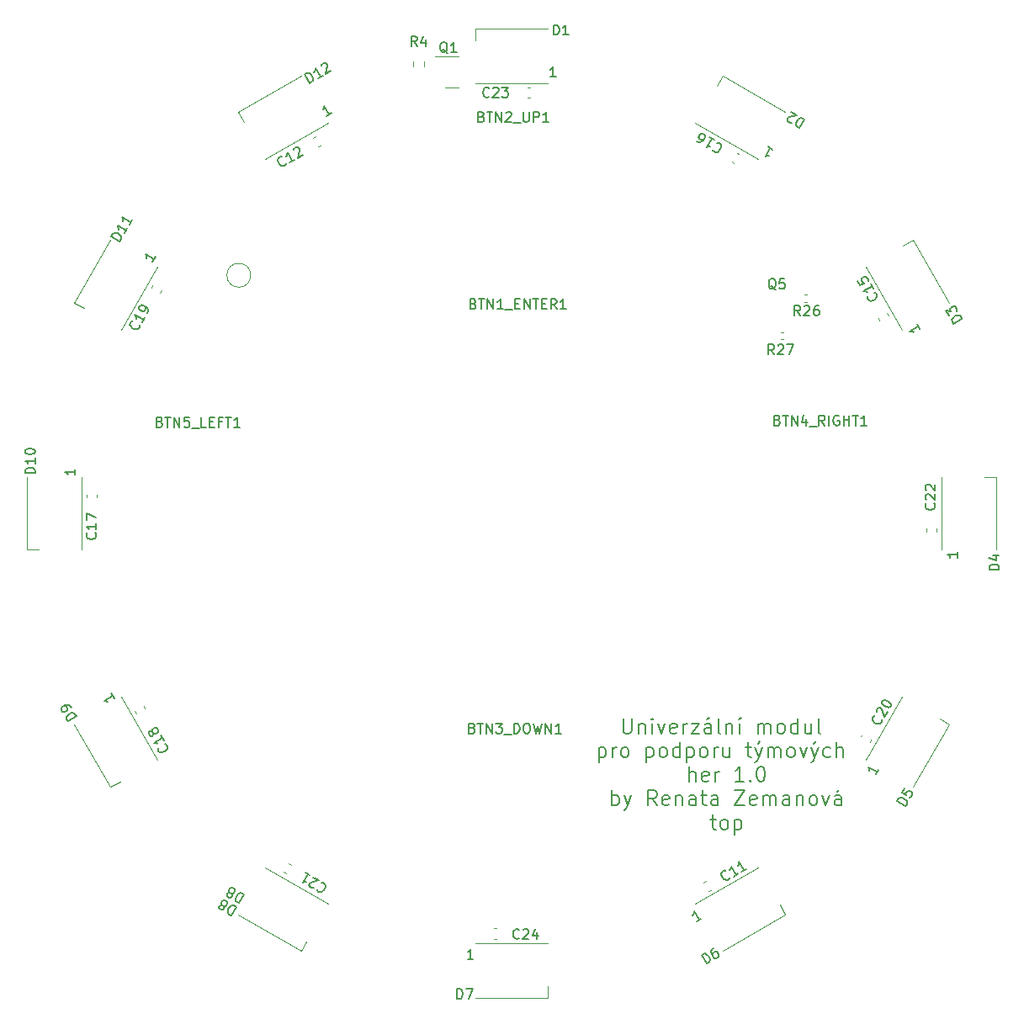
<source format=gto>
G04 #@! TF.GenerationSoftware,KiCad,Pcbnew,6.0.11-2627ca5db0~126~ubuntu20.04.1*
G04 #@! TF.CreationDate,2023-04-28T08:06:44+02:00*
G04 #@! TF.ProjectId,Semafor_top,53656d61-666f-4725-9f74-6f702e6b6963,rev?*
G04 #@! TF.SameCoordinates,Original*
G04 #@! TF.FileFunction,Legend,Top*
G04 #@! TF.FilePolarity,Positive*
%FSLAX46Y46*%
G04 Gerber Fmt 4.6, Leading zero omitted, Abs format (unit mm)*
G04 Created by KiCad (PCBNEW 6.0.11-2627ca5db0~126~ubuntu20.04.1) date 2023-04-28 08:06:44*
%MOMM*%
%LPD*%
G01*
G04 APERTURE LIST*
%ADD10C,0.150000*%
%ADD11C,0.120000*%
G04 APERTURE END LIST*
D10*
X160171428Y-119591071D02*
X160171428Y-120805357D01*
X160242857Y-120948214D01*
X160314285Y-121019642D01*
X160457142Y-121091071D01*
X160742857Y-121091071D01*
X160885714Y-121019642D01*
X160957142Y-120948214D01*
X161028571Y-120805357D01*
X161028571Y-119591071D01*
X161742857Y-120091071D02*
X161742857Y-121091071D01*
X161742857Y-120233928D02*
X161814285Y-120162500D01*
X161957142Y-120091071D01*
X162171428Y-120091071D01*
X162314285Y-120162500D01*
X162385714Y-120305357D01*
X162385714Y-121091071D01*
X163100000Y-121091071D02*
X163100000Y-120091071D01*
X163100000Y-119591071D02*
X163028571Y-119662500D01*
X163100000Y-119733928D01*
X163171428Y-119662500D01*
X163100000Y-119591071D01*
X163100000Y-119733928D01*
X163671428Y-120091071D02*
X164028571Y-121091071D01*
X164385714Y-120091071D01*
X165528571Y-121019642D02*
X165385714Y-121091071D01*
X165100000Y-121091071D01*
X164957142Y-121019642D01*
X164885714Y-120876785D01*
X164885714Y-120305357D01*
X164957142Y-120162500D01*
X165100000Y-120091071D01*
X165385714Y-120091071D01*
X165528571Y-120162500D01*
X165600000Y-120305357D01*
X165600000Y-120448214D01*
X164885714Y-120591071D01*
X166242857Y-121091071D02*
X166242857Y-120091071D01*
X166242857Y-120376785D02*
X166314285Y-120233928D01*
X166385714Y-120162500D01*
X166528571Y-120091071D01*
X166671428Y-120091071D01*
X167028571Y-120091071D02*
X167814285Y-120091071D01*
X167028571Y-121091071D01*
X167814285Y-121091071D01*
X169028571Y-121091071D02*
X169028571Y-120305357D01*
X168957142Y-120162500D01*
X168814285Y-120091071D01*
X168528571Y-120091071D01*
X168385714Y-120162500D01*
X169028571Y-121019642D02*
X168885714Y-121091071D01*
X168528571Y-121091071D01*
X168385714Y-121019642D01*
X168314285Y-120876785D01*
X168314285Y-120733928D01*
X168385714Y-120591071D01*
X168528571Y-120519642D01*
X168885714Y-120519642D01*
X169028571Y-120448214D01*
X168814285Y-119519642D02*
X168600000Y-119733928D01*
X169957142Y-121091071D02*
X169814285Y-121019642D01*
X169742857Y-120876785D01*
X169742857Y-119591071D01*
X170528571Y-120091071D02*
X170528571Y-121091071D01*
X170528571Y-120233928D02*
X170600000Y-120162500D01*
X170742857Y-120091071D01*
X170957142Y-120091071D01*
X171100000Y-120162500D01*
X171171428Y-120305357D01*
X171171428Y-121091071D01*
X171885714Y-121091071D02*
X171885714Y-120091071D01*
X172028571Y-119519642D02*
X171814285Y-119733928D01*
X173742857Y-121091071D02*
X173742857Y-120091071D01*
X173742857Y-120233928D02*
X173814285Y-120162500D01*
X173957142Y-120091071D01*
X174171428Y-120091071D01*
X174314285Y-120162500D01*
X174385714Y-120305357D01*
X174385714Y-121091071D01*
X174385714Y-120305357D02*
X174457142Y-120162500D01*
X174600000Y-120091071D01*
X174814285Y-120091071D01*
X174957142Y-120162500D01*
X175028571Y-120305357D01*
X175028571Y-121091071D01*
X175957142Y-121091071D02*
X175814285Y-121019642D01*
X175742857Y-120948214D01*
X175671428Y-120805357D01*
X175671428Y-120376785D01*
X175742857Y-120233928D01*
X175814285Y-120162500D01*
X175957142Y-120091071D01*
X176171428Y-120091071D01*
X176314285Y-120162500D01*
X176385714Y-120233928D01*
X176457142Y-120376785D01*
X176457142Y-120805357D01*
X176385714Y-120948214D01*
X176314285Y-121019642D01*
X176171428Y-121091071D01*
X175957142Y-121091071D01*
X177742857Y-121091071D02*
X177742857Y-119591071D01*
X177742857Y-121019642D02*
X177600000Y-121091071D01*
X177314285Y-121091071D01*
X177171428Y-121019642D01*
X177100000Y-120948214D01*
X177028571Y-120805357D01*
X177028571Y-120376785D01*
X177100000Y-120233928D01*
X177171428Y-120162500D01*
X177314285Y-120091071D01*
X177600000Y-120091071D01*
X177742857Y-120162500D01*
X179100000Y-120091071D02*
X179100000Y-121091071D01*
X178457142Y-120091071D02*
X178457142Y-120876785D01*
X178528571Y-121019642D01*
X178671428Y-121091071D01*
X178885714Y-121091071D01*
X179028571Y-121019642D01*
X179100000Y-120948214D01*
X180028571Y-121091071D02*
X179885714Y-121019642D01*
X179814285Y-120876785D01*
X179814285Y-119591071D01*
X157742857Y-122506071D02*
X157742857Y-124006071D01*
X157742857Y-122577500D02*
X157885714Y-122506071D01*
X158171428Y-122506071D01*
X158314285Y-122577500D01*
X158385714Y-122648928D01*
X158457142Y-122791785D01*
X158457142Y-123220357D01*
X158385714Y-123363214D01*
X158314285Y-123434642D01*
X158171428Y-123506071D01*
X157885714Y-123506071D01*
X157742857Y-123434642D01*
X159100000Y-123506071D02*
X159100000Y-122506071D01*
X159100000Y-122791785D02*
X159171428Y-122648928D01*
X159242857Y-122577500D01*
X159385714Y-122506071D01*
X159528571Y-122506071D01*
X160242857Y-123506071D02*
X160100000Y-123434642D01*
X160028571Y-123363214D01*
X159957142Y-123220357D01*
X159957142Y-122791785D01*
X160028571Y-122648928D01*
X160100000Y-122577500D01*
X160242857Y-122506071D01*
X160457142Y-122506071D01*
X160600000Y-122577500D01*
X160671428Y-122648928D01*
X160742857Y-122791785D01*
X160742857Y-123220357D01*
X160671428Y-123363214D01*
X160600000Y-123434642D01*
X160457142Y-123506071D01*
X160242857Y-123506071D01*
X162528571Y-122506071D02*
X162528571Y-124006071D01*
X162528571Y-122577500D02*
X162671428Y-122506071D01*
X162957142Y-122506071D01*
X163100000Y-122577500D01*
X163171428Y-122648928D01*
X163242857Y-122791785D01*
X163242857Y-123220357D01*
X163171428Y-123363214D01*
X163100000Y-123434642D01*
X162957142Y-123506071D01*
X162671428Y-123506071D01*
X162528571Y-123434642D01*
X164100000Y-123506071D02*
X163957142Y-123434642D01*
X163885714Y-123363214D01*
X163814285Y-123220357D01*
X163814285Y-122791785D01*
X163885714Y-122648928D01*
X163957142Y-122577500D01*
X164100000Y-122506071D01*
X164314285Y-122506071D01*
X164457142Y-122577500D01*
X164528571Y-122648928D01*
X164600000Y-122791785D01*
X164600000Y-123220357D01*
X164528571Y-123363214D01*
X164457142Y-123434642D01*
X164314285Y-123506071D01*
X164100000Y-123506071D01*
X165885714Y-123506071D02*
X165885714Y-122006071D01*
X165885714Y-123434642D02*
X165742857Y-123506071D01*
X165457142Y-123506071D01*
X165314285Y-123434642D01*
X165242857Y-123363214D01*
X165171428Y-123220357D01*
X165171428Y-122791785D01*
X165242857Y-122648928D01*
X165314285Y-122577500D01*
X165457142Y-122506071D01*
X165742857Y-122506071D01*
X165885714Y-122577500D01*
X166600000Y-122506071D02*
X166600000Y-124006071D01*
X166600000Y-122577500D02*
X166742857Y-122506071D01*
X167028571Y-122506071D01*
X167171428Y-122577500D01*
X167242857Y-122648928D01*
X167314285Y-122791785D01*
X167314285Y-123220357D01*
X167242857Y-123363214D01*
X167171428Y-123434642D01*
X167028571Y-123506071D01*
X166742857Y-123506071D01*
X166600000Y-123434642D01*
X168171428Y-123506071D02*
X168028571Y-123434642D01*
X167957142Y-123363214D01*
X167885714Y-123220357D01*
X167885714Y-122791785D01*
X167957142Y-122648928D01*
X168028571Y-122577500D01*
X168171428Y-122506071D01*
X168385714Y-122506071D01*
X168528571Y-122577500D01*
X168600000Y-122648928D01*
X168671428Y-122791785D01*
X168671428Y-123220357D01*
X168600000Y-123363214D01*
X168528571Y-123434642D01*
X168385714Y-123506071D01*
X168171428Y-123506071D01*
X169314285Y-123506071D02*
X169314285Y-122506071D01*
X169314285Y-122791785D02*
X169385714Y-122648928D01*
X169457142Y-122577500D01*
X169600000Y-122506071D01*
X169742857Y-122506071D01*
X170885714Y-122506071D02*
X170885714Y-123506071D01*
X170242857Y-122506071D02*
X170242857Y-123291785D01*
X170314285Y-123434642D01*
X170457142Y-123506071D01*
X170671428Y-123506071D01*
X170814285Y-123434642D01*
X170885714Y-123363214D01*
X172528571Y-122506071D02*
X173100000Y-122506071D01*
X172742857Y-122006071D02*
X172742857Y-123291785D01*
X172814285Y-123434642D01*
X172957142Y-123506071D01*
X173100000Y-123506071D01*
X173457142Y-122506071D02*
X173814285Y-123506071D01*
X174171428Y-122506071D02*
X173814285Y-123506071D01*
X173671428Y-123863214D01*
X173600000Y-123934642D01*
X173457142Y-124006071D01*
X173957142Y-121934642D02*
X173742857Y-122148928D01*
X174742857Y-123506071D02*
X174742857Y-122506071D01*
X174742857Y-122648928D02*
X174814285Y-122577500D01*
X174957142Y-122506071D01*
X175171428Y-122506071D01*
X175314285Y-122577500D01*
X175385714Y-122720357D01*
X175385714Y-123506071D01*
X175385714Y-122720357D02*
X175457142Y-122577500D01*
X175600000Y-122506071D01*
X175814285Y-122506071D01*
X175957142Y-122577500D01*
X176028571Y-122720357D01*
X176028571Y-123506071D01*
X176957142Y-123506071D02*
X176814285Y-123434642D01*
X176742857Y-123363214D01*
X176671428Y-123220357D01*
X176671428Y-122791785D01*
X176742857Y-122648928D01*
X176814285Y-122577500D01*
X176957142Y-122506071D01*
X177171428Y-122506071D01*
X177314285Y-122577500D01*
X177385714Y-122648928D01*
X177457142Y-122791785D01*
X177457142Y-123220357D01*
X177385714Y-123363214D01*
X177314285Y-123434642D01*
X177171428Y-123506071D01*
X176957142Y-123506071D01*
X177957142Y-122506071D02*
X178314285Y-123506071D01*
X178671428Y-122506071D01*
X179100000Y-122506071D02*
X179457142Y-123506071D01*
X179814285Y-122506071D02*
X179457142Y-123506071D01*
X179314285Y-123863214D01*
X179242857Y-123934642D01*
X179100000Y-124006071D01*
X179600000Y-121934642D02*
X179385714Y-122148928D01*
X181028571Y-123434642D02*
X180885714Y-123506071D01*
X180600000Y-123506071D01*
X180457142Y-123434642D01*
X180385714Y-123363214D01*
X180314285Y-123220357D01*
X180314285Y-122791785D01*
X180385714Y-122648928D01*
X180457142Y-122577500D01*
X180600000Y-122506071D01*
X180885714Y-122506071D01*
X181028571Y-122577500D01*
X181671428Y-123506071D02*
X181671428Y-122006071D01*
X182314285Y-123506071D02*
X182314285Y-122720357D01*
X182242857Y-122577500D01*
X182100000Y-122506071D01*
X181885714Y-122506071D01*
X181742857Y-122577500D01*
X181671428Y-122648928D01*
X166814285Y-125921071D02*
X166814285Y-124421071D01*
X167457142Y-125921071D02*
X167457142Y-125135357D01*
X167385714Y-124992500D01*
X167242857Y-124921071D01*
X167028571Y-124921071D01*
X166885714Y-124992500D01*
X166814285Y-125063928D01*
X168742857Y-125849642D02*
X168600000Y-125921071D01*
X168314285Y-125921071D01*
X168171428Y-125849642D01*
X168100000Y-125706785D01*
X168100000Y-125135357D01*
X168171428Y-124992500D01*
X168314285Y-124921071D01*
X168600000Y-124921071D01*
X168742857Y-124992500D01*
X168814285Y-125135357D01*
X168814285Y-125278214D01*
X168100000Y-125421071D01*
X169457142Y-125921071D02*
X169457142Y-124921071D01*
X169457142Y-125206785D02*
X169528571Y-125063928D01*
X169600000Y-124992500D01*
X169742857Y-124921071D01*
X169885714Y-124921071D01*
X172314285Y-125921071D02*
X171457142Y-125921071D01*
X171885714Y-125921071D02*
X171885714Y-124421071D01*
X171742857Y-124635357D01*
X171600000Y-124778214D01*
X171457142Y-124849642D01*
X172957142Y-125778214D02*
X173028571Y-125849642D01*
X172957142Y-125921071D01*
X172885714Y-125849642D01*
X172957142Y-125778214D01*
X172957142Y-125921071D01*
X173957142Y-124421071D02*
X174100000Y-124421071D01*
X174242857Y-124492500D01*
X174314285Y-124563928D01*
X174385714Y-124706785D01*
X174457142Y-124992500D01*
X174457142Y-125349642D01*
X174385714Y-125635357D01*
X174314285Y-125778214D01*
X174242857Y-125849642D01*
X174100000Y-125921071D01*
X173957142Y-125921071D01*
X173814285Y-125849642D01*
X173742857Y-125778214D01*
X173671428Y-125635357D01*
X173600000Y-125349642D01*
X173600000Y-124992500D01*
X173671428Y-124706785D01*
X173742857Y-124563928D01*
X173814285Y-124492500D01*
X173957142Y-124421071D01*
X159064285Y-128336071D02*
X159064285Y-126836071D01*
X159064285Y-127407500D02*
X159207142Y-127336071D01*
X159492857Y-127336071D01*
X159635714Y-127407500D01*
X159707142Y-127478928D01*
X159778571Y-127621785D01*
X159778571Y-128050357D01*
X159707142Y-128193214D01*
X159635714Y-128264642D01*
X159492857Y-128336071D01*
X159207142Y-128336071D01*
X159064285Y-128264642D01*
X160278571Y-127336071D02*
X160635714Y-128336071D01*
X160992857Y-127336071D02*
X160635714Y-128336071D01*
X160492857Y-128693214D01*
X160421428Y-128764642D01*
X160278571Y-128836071D01*
X163564285Y-128336071D02*
X163064285Y-127621785D01*
X162707142Y-128336071D02*
X162707142Y-126836071D01*
X163278571Y-126836071D01*
X163421428Y-126907500D01*
X163492857Y-126978928D01*
X163564285Y-127121785D01*
X163564285Y-127336071D01*
X163492857Y-127478928D01*
X163421428Y-127550357D01*
X163278571Y-127621785D01*
X162707142Y-127621785D01*
X164778571Y-128264642D02*
X164635714Y-128336071D01*
X164350000Y-128336071D01*
X164207142Y-128264642D01*
X164135714Y-128121785D01*
X164135714Y-127550357D01*
X164207142Y-127407500D01*
X164350000Y-127336071D01*
X164635714Y-127336071D01*
X164778571Y-127407500D01*
X164850000Y-127550357D01*
X164850000Y-127693214D01*
X164135714Y-127836071D01*
X165492857Y-127336071D02*
X165492857Y-128336071D01*
X165492857Y-127478928D02*
X165564285Y-127407500D01*
X165707142Y-127336071D01*
X165921428Y-127336071D01*
X166064285Y-127407500D01*
X166135714Y-127550357D01*
X166135714Y-128336071D01*
X167492857Y-128336071D02*
X167492857Y-127550357D01*
X167421428Y-127407500D01*
X167278571Y-127336071D01*
X166992857Y-127336071D01*
X166850000Y-127407500D01*
X167492857Y-128264642D02*
X167350000Y-128336071D01*
X166992857Y-128336071D01*
X166850000Y-128264642D01*
X166778571Y-128121785D01*
X166778571Y-127978928D01*
X166850000Y-127836071D01*
X166992857Y-127764642D01*
X167350000Y-127764642D01*
X167492857Y-127693214D01*
X167992857Y-127336071D02*
X168564285Y-127336071D01*
X168207142Y-126836071D02*
X168207142Y-128121785D01*
X168278571Y-128264642D01*
X168421428Y-128336071D01*
X168564285Y-128336071D01*
X169707142Y-128336071D02*
X169707142Y-127550357D01*
X169635714Y-127407500D01*
X169492857Y-127336071D01*
X169207142Y-127336071D01*
X169064285Y-127407500D01*
X169707142Y-128264642D02*
X169564285Y-128336071D01*
X169207142Y-128336071D01*
X169064285Y-128264642D01*
X168992857Y-128121785D01*
X168992857Y-127978928D01*
X169064285Y-127836071D01*
X169207142Y-127764642D01*
X169564285Y-127764642D01*
X169707142Y-127693214D01*
X171421428Y-126836071D02*
X172421428Y-126836071D01*
X171421428Y-128336071D01*
X172421428Y-128336071D01*
X173564285Y-128264642D02*
X173421428Y-128336071D01*
X173135714Y-128336071D01*
X172992857Y-128264642D01*
X172921428Y-128121785D01*
X172921428Y-127550357D01*
X172992857Y-127407500D01*
X173135714Y-127336071D01*
X173421428Y-127336071D01*
X173564285Y-127407500D01*
X173635714Y-127550357D01*
X173635714Y-127693214D01*
X172921428Y-127836071D01*
X174278571Y-128336071D02*
X174278571Y-127336071D01*
X174278571Y-127478928D02*
X174350000Y-127407500D01*
X174492857Y-127336071D01*
X174707142Y-127336071D01*
X174850000Y-127407500D01*
X174921428Y-127550357D01*
X174921428Y-128336071D01*
X174921428Y-127550357D02*
X174992857Y-127407500D01*
X175135714Y-127336071D01*
X175350000Y-127336071D01*
X175492857Y-127407500D01*
X175564285Y-127550357D01*
X175564285Y-128336071D01*
X176921428Y-128336071D02*
X176921428Y-127550357D01*
X176850000Y-127407500D01*
X176707142Y-127336071D01*
X176421428Y-127336071D01*
X176278571Y-127407500D01*
X176921428Y-128264642D02*
X176778571Y-128336071D01*
X176421428Y-128336071D01*
X176278571Y-128264642D01*
X176207142Y-128121785D01*
X176207142Y-127978928D01*
X176278571Y-127836071D01*
X176421428Y-127764642D01*
X176778571Y-127764642D01*
X176921428Y-127693214D01*
X177635714Y-127336071D02*
X177635714Y-128336071D01*
X177635714Y-127478928D02*
X177707142Y-127407500D01*
X177850000Y-127336071D01*
X178064285Y-127336071D01*
X178207142Y-127407500D01*
X178278571Y-127550357D01*
X178278571Y-128336071D01*
X179207142Y-128336071D02*
X179064285Y-128264642D01*
X178992857Y-128193214D01*
X178921428Y-128050357D01*
X178921428Y-127621785D01*
X178992857Y-127478928D01*
X179064285Y-127407500D01*
X179207142Y-127336071D01*
X179421428Y-127336071D01*
X179564285Y-127407500D01*
X179635714Y-127478928D01*
X179707142Y-127621785D01*
X179707142Y-128050357D01*
X179635714Y-128193214D01*
X179564285Y-128264642D01*
X179421428Y-128336071D01*
X179207142Y-128336071D01*
X180207142Y-127336071D02*
X180564285Y-128336071D01*
X180921428Y-127336071D01*
X182135714Y-128336071D02*
X182135714Y-127550357D01*
X182064285Y-127407500D01*
X181921428Y-127336071D01*
X181635714Y-127336071D01*
X181492857Y-127407500D01*
X182135714Y-128264642D02*
X181992857Y-128336071D01*
X181635714Y-128336071D01*
X181492857Y-128264642D01*
X181421428Y-128121785D01*
X181421428Y-127978928D01*
X181492857Y-127836071D01*
X181635714Y-127764642D01*
X181992857Y-127764642D01*
X182135714Y-127693214D01*
X181921428Y-126764642D02*
X181707142Y-126978928D01*
X168957142Y-129751071D02*
X169528571Y-129751071D01*
X169171428Y-129251071D02*
X169171428Y-130536785D01*
X169242857Y-130679642D01*
X169385714Y-130751071D01*
X169528571Y-130751071D01*
X170242857Y-130751071D02*
X170100000Y-130679642D01*
X170028571Y-130608214D01*
X169957142Y-130465357D01*
X169957142Y-130036785D01*
X170028571Y-129893928D01*
X170100000Y-129822500D01*
X170242857Y-129751071D01*
X170457142Y-129751071D01*
X170600000Y-129822500D01*
X170671428Y-129893928D01*
X170742857Y-130036785D01*
X170742857Y-130465357D01*
X170671428Y-130608214D01*
X170600000Y-130679642D01*
X170457142Y-130751071D01*
X170242857Y-130751071D01*
X171385714Y-129751071D02*
X171385714Y-131251071D01*
X171385714Y-129822500D02*
X171528571Y-129751071D01*
X171814285Y-129751071D01*
X171957142Y-129822500D01*
X172028571Y-129893928D01*
X172100000Y-130036785D01*
X172100000Y-130465357D01*
X172028571Y-130608214D01*
X171957142Y-130679642D01*
X171814285Y-130751071D01*
X171528571Y-130751071D01*
X171385714Y-130679642D01*
G04 #@! TO.C,D4*
X198012380Y-104648095D02*
X197012380Y-104648095D01*
X197012380Y-104410000D01*
X197060000Y-104267142D01*
X197155238Y-104171904D01*
X197250476Y-104124285D01*
X197440952Y-104076666D01*
X197583809Y-104076666D01*
X197774285Y-104124285D01*
X197869523Y-104171904D01*
X197964761Y-104267142D01*
X198012380Y-104410000D01*
X198012380Y-104648095D01*
X197345714Y-103219523D02*
X198012380Y-103219523D01*
X196964761Y-103457619D02*
X197679047Y-103695714D01*
X197679047Y-103076666D01*
X193812378Y-102824284D02*
X193812378Y-103395713D01*
X193812378Y-103109999D02*
X192812378Y-103109999D01*
X192955236Y-103205237D01*
X193050474Y-103300475D01*
X193098093Y-103395713D01*
G04 #@! TO.C,R27*
X175382142Y-82967380D02*
X175048809Y-82491190D01*
X174810714Y-82967380D02*
X174810714Y-81967380D01*
X175191666Y-81967380D01*
X175286904Y-82015000D01*
X175334523Y-82062619D01*
X175382142Y-82157857D01*
X175382142Y-82300714D01*
X175334523Y-82395952D01*
X175286904Y-82443571D01*
X175191666Y-82491190D01*
X174810714Y-82491190D01*
X175763095Y-82062619D02*
X175810714Y-82015000D01*
X175905952Y-81967380D01*
X176144047Y-81967380D01*
X176239285Y-82015000D01*
X176286904Y-82062619D01*
X176334523Y-82157857D01*
X176334523Y-82253095D01*
X176286904Y-82395952D01*
X175715476Y-82967380D01*
X176334523Y-82967380D01*
X176667857Y-81967380D02*
X177334523Y-81967380D01*
X176905952Y-82967380D01*
G04 #@! TO.C,R4*
X139433333Y-51952380D02*
X139100000Y-51476190D01*
X138861904Y-51952380D02*
X138861904Y-50952380D01*
X139242857Y-50952380D01*
X139338095Y-51000000D01*
X139385714Y-51047619D01*
X139433333Y-51142857D01*
X139433333Y-51285714D01*
X139385714Y-51380952D01*
X139338095Y-51428571D01*
X139242857Y-51476190D01*
X138861904Y-51476190D01*
X140290476Y-51285714D02*
X140290476Y-51952380D01*
X140052380Y-50904761D02*
X139814285Y-51619047D01*
X140433333Y-51619047D01*
G04 #@! TO.C,D12*
X128624588Y-55648916D02*
X128124588Y-54782890D01*
X128330784Y-54663843D01*
X128478312Y-54633653D01*
X128608409Y-54668513D01*
X128697268Y-54727182D01*
X128833745Y-54868330D01*
X128905174Y-54992048D01*
X128959172Y-55180814D01*
X128965552Y-55287103D01*
X128930693Y-55417200D01*
X128830784Y-55529868D01*
X128624588Y-55648916D01*
X129944245Y-54887011D02*
X129449374Y-55172725D01*
X129696810Y-55029868D02*
X129196810Y-54163843D01*
X129185760Y-54335180D01*
X129150900Y-54465277D01*
X129092231Y-54554136D01*
X129821779Y-53912988D02*
X129839209Y-53847939D01*
X129897878Y-53759081D01*
X130104074Y-53640033D01*
X130210362Y-53633653D01*
X130275411Y-53651083D01*
X130364270Y-53709752D01*
X130411889Y-53792231D01*
X130442078Y-53939758D01*
X130232921Y-54720344D01*
X130769032Y-54410821D01*
X130827630Y-58682389D02*
X130332758Y-58968103D01*
X130580194Y-58825246D02*
X130080194Y-57959220D01*
X130069144Y-58130557D01*
X130034284Y-58260655D01*
X129975615Y-58349513D01*
G04 #@! TO.C,R26*
X178007142Y-79052380D02*
X177673809Y-78576190D01*
X177435714Y-79052380D02*
X177435714Y-78052380D01*
X177816666Y-78052380D01*
X177911904Y-78100000D01*
X177959523Y-78147619D01*
X178007142Y-78242857D01*
X178007142Y-78385714D01*
X177959523Y-78480952D01*
X177911904Y-78528571D01*
X177816666Y-78576190D01*
X177435714Y-78576190D01*
X178388095Y-78147619D02*
X178435714Y-78100000D01*
X178530952Y-78052380D01*
X178769047Y-78052380D01*
X178864285Y-78100000D01*
X178911904Y-78147619D01*
X178959523Y-78242857D01*
X178959523Y-78338095D01*
X178911904Y-78480952D01*
X178340476Y-79052380D01*
X178959523Y-79052380D01*
X179816666Y-78052380D02*
X179626190Y-78052380D01*
X179530952Y-78100000D01*
X179483333Y-78147619D01*
X179388095Y-78290476D01*
X179340476Y-78480952D01*
X179340476Y-78861904D01*
X179388095Y-78957142D01*
X179435714Y-79004761D01*
X179530952Y-79052380D01*
X179721428Y-79052380D01*
X179816666Y-79004761D01*
X179864285Y-78957142D01*
X179911904Y-78861904D01*
X179911904Y-78623809D01*
X179864285Y-78528571D01*
X179816666Y-78480952D01*
X179721428Y-78433333D01*
X179530952Y-78433333D01*
X179435714Y-78480952D01*
X179388095Y-78528571D01*
X179340476Y-78623809D01*
G04 #@! TO.C,D7*
X143471904Y-147812380D02*
X143471904Y-146812380D01*
X143710000Y-146812380D01*
X143852857Y-146860000D01*
X143948095Y-146955238D01*
X143995714Y-147050476D01*
X144043333Y-147240952D01*
X144043333Y-147383809D01*
X143995714Y-147574285D01*
X143948095Y-147669523D01*
X143852857Y-147764761D01*
X143710000Y-147812380D01*
X143471904Y-147812380D01*
X144376666Y-146812380D02*
X145043333Y-146812380D01*
X144614761Y-147812380D01*
X145095715Y-143812378D02*
X144524286Y-143812378D01*
X144810001Y-143812378D02*
X144810001Y-142812378D01*
X144714762Y-142955236D01*
X144619524Y-143050474D01*
X144524286Y-143098093D01*
G04 #@! TO.C,C24*
X149717142Y-141697142D02*
X149669523Y-141744761D01*
X149526666Y-141792380D01*
X149431428Y-141792380D01*
X149288571Y-141744761D01*
X149193333Y-141649523D01*
X149145714Y-141554285D01*
X149098095Y-141363809D01*
X149098095Y-141220952D01*
X149145714Y-141030476D01*
X149193333Y-140935238D01*
X149288571Y-140840000D01*
X149431428Y-140792380D01*
X149526666Y-140792380D01*
X149669523Y-140840000D01*
X149717142Y-140887619D01*
X150098095Y-140887619D02*
X150145714Y-140840000D01*
X150240952Y-140792380D01*
X150479047Y-140792380D01*
X150574285Y-140840000D01*
X150621904Y-140887619D01*
X150669523Y-140982857D01*
X150669523Y-141078095D01*
X150621904Y-141220952D01*
X150050476Y-141792380D01*
X150669523Y-141792380D01*
X151526666Y-141125714D02*
X151526666Y-141792380D01*
X151288571Y-140744761D02*
X151050476Y-141459047D01*
X151669523Y-141459047D01*
G04 #@! TO.C,BTN5_LEFT1*
X113546666Y-89758571D02*
X113689523Y-89806190D01*
X113737142Y-89853809D01*
X113784761Y-89949047D01*
X113784761Y-90091904D01*
X113737142Y-90187142D01*
X113689523Y-90234761D01*
X113594285Y-90282380D01*
X113213333Y-90282380D01*
X113213333Y-89282380D01*
X113546666Y-89282380D01*
X113641904Y-89330000D01*
X113689523Y-89377619D01*
X113737142Y-89472857D01*
X113737142Y-89568095D01*
X113689523Y-89663333D01*
X113641904Y-89710952D01*
X113546666Y-89758571D01*
X113213333Y-89758571D01*
X114070476Y-89282380D02*
X114641904Y-89282380D01*
X114356190Y-90282380D02*
X114356190Y-89282380D01*
X114975238Y-90282380D02*
X114975238Y-89282380D01*
X115546666Y-90282380D01*
X115546666Y-89282380D01*
X116499047Y-89282380D02*
X116022857Y-89282380D01*
X115975238Y-89758571D01*
X116022857Y-89710952D01*
X116118095Y-89663333D01*
X116356190Y-89663333D01*
X116451428Y-89710952D01*
X116499047Y-89758571D01*
X116546666Y-89853809D01*
X116546666Y-90091904D01*
X116499047Y-90187142D01*
X116451428Y-90234761D01*
X116356190Y-90282380D01*
X116118095Y-90282380D01*
X116022857Y-90234761D01*
X115975238Y-90187142D01*
X116737142Y-90377619D02*
X117499047Y-90377619D01*
X118213333Y-90282380D02*
X117737142Y-90282380D01*
X117737142Y-89282380D01*
X118546666Y-89758571D02*
X118880000Y-89758571D01*
X119022857Y-90282380D02*
X118546666Y-90282380D01*
X118546666Y-89282380D01*
X119022857Y-89282380D01*
X119784761Y-89758571D02*
X119451428Y-89758571D01*
X119451428Y-90282380D02*
X119451428Y-89282380D01*
X119927619Y-89282380D01*
X120165714Y-89282380D02*
X120737142Y-89282380D01*
X120451428Y-90282380D02*
X120451428Y-89282380D01*
X121594285Y-90282380D02*
X121022857Y-90282380D01*
X121308571Y-90282380D02*
X121308571Y-89282380D01*
X121213333Y-89425238D01*
X121118095Y-89520476D01*
X121022857Y-89568095D01*
G04 #@! TO.C,BTN2_UP1*
X145929523Y-59038571D02*
X146072380Y-59086190D01*
X146120000Y-59133809D01*
X146167619Y-59229047D01*
X146167619Y-59371904D01*
X146120000Y-59467142D01*
X146072380Y-59514761D01*
X145977142Y-59562380D01*
X145596190Y-59562380D01*
X145596190Y-58562380D01*
X145929523Y-58562380D01*
X146024761Y-58610000D01*
X146072380Y-58657619D01*
X146120000Y-58752857D01*
X146120000Y-58848095D01*
X146072380Y-58943333D01*
X146024761Y-58990952D01*
X145929523Y-59038571D01*
X145596190Y-59038571D01*
X146453333Y-58562380D02*
X147024761Y-58562380D01*
X146739047Y-59562380D02*
X146739047Y-58562380D01*
X147358095Y-59562380D02*
X147358095Y-58562380D01*
X147929523Y-59562380D01*
X147929523Y-58562380D01*
X148358095Y-58657619D02*
X148405714Y-58610000D01*
X148500952Y-58562380D01*
X148739047Y-58562380D01*
X148834285Y-58610000D01*
X148881904Y-58657619D01*
X148929523Y-58752857D01*
X148929523Y-58848095D01*
X148881904Y-58990952D01*
X148310476Y-59562380D01*
X148929523Y-59562380D01*
X149120000Y-59657619D02*
X149881904Y-59657619D01*
X150120000Y-58562380D02*
X150120000Y-59371904D01*
X150167619Y-59467142D01*
X150215238Y-59514761D01*
X150310476Y-59562380D01*
X150500952Y-59562380D01*
X150596190Y-59514761D01*
X150643809Y-59467142D01*
X150691428Y-59371904D01*
X150691428Y-58562380D01*
X151167619Y-59562380D02*
X151167619Y-58562380D01*
X151548571Y-58562380D01*
X151643809Y-58610000D01*
X151691428Y-58657619D01*
X151739047Y-58752857D01*
X151739047Y-58895714D01*
X151691428Y-58990952D01*
X151643809Y-59038571D01*
X151548571Y-59086190D01*
X151167619Y-59086190D01*
X152691428Y-59562380D02*
X152120000Y-59562380D01*
X152405714Y-59562380D02*
X152405714Y-58562380D01*
X152310476Y-58705238D01*
X152215238Y-58800476D01*
X152120000Y-58848095D01*
G04 #@! TO.C,D8*
X121238573Y-138551108D02*
X120738573Y-139417133D01*
X120532377Y-139298086D01*
X120432468Y-139185418D01*
X120397609Y-139055320D01*
X120403988Y-138949032D01*
X120457987Y-138760265D01*
X120529416Y-138636547D01*
X120665893Y-138495399D01*
X120754752Y-138436730D01*
X120884849Y-138401871D01*
X121032377Y-138432060D01*
X121238573Y-138551108D01*
X119963116Y-138474551D02*
X120021785Y-138563409D01*
X120039214Y-138628458D01*
X120032835Y-138734746D01*
X120009025Y-138775985D01*
X119920167Y-138834655D01*
X119855118Y-138852084D01*
X119748830Y-138845705D01*
X119583873Y-138750466D01*
X119525204Y-138661608D01*
X119507774Y-138596559D01*
X119514154Y-138490271D01*
X119537963Y-138449032D01*
X119626821Y-138390363D01*
X119691870Y-138372933D01*
X119798158Y-138379313D01*
X119963116Y-138474551D01*
X120069404Y-138480931D01*
X120134453Y-138463501D01*
X120223311Y-138404832D01*
X120318549Y-138239874D01*
X120324929Y-138133586D01*
X120307499Y-138068538D01*
X120248830Y-137979679D01*
X120083873Y-137884441D01*
X119977585Y-137878061D01*
X119912536Y-137895491D01*
X119823677Y-137954160D01*
X119728439Y-138119117D01*
X119722060Y-138225406D01*
X119739489Y-138290454D01*
X119798158Y-138379313D01*
X122025399Y-137307274D02*
X121525399Y-138173299D01*
X121319203Y-138054252D01*
X121219294Y-137941584D01*
X121184435Y-137811486D01*
X121190814Y-137705198D01*
X121244813Y-137516431D01*
X121316242Y-137392713D01*
X121452719Y-137251565D01*
X121541578Y-137192896D01*
X121671675Y-137158037D01*
X121819203Y-137188226D01*
X122025399Y-137307274D01*
X120749942Y-137230717D02*
X120808611Y-137319575D01*
X120826040Y-137384624D01*
X120819661Y-137490912D01*
X120795851Y-137532151D01*
X120706993Y-137590821D01*
X120641944Y-137608250D01*
X120535656Y-137601871D01*
X120370699Y-137506632D01*
X120312030Y-137417774D01*
X120294600Y-137352725D01*
X120300980Y-137246437D01*
X120324789Y-137205198D01*
X120413647Y-137146529D01*
X120478696Y-137129099D01*
X120584984Y-137135479D01*
X120749942Y-137230717D01*
X120856230Y-137237097D01*
X120921279Y-137219667D01*
X121010137Y-137160998D01*
X121105375Y-136996040D01*
X121111755Y-136889752D01*
X121094325Y-136824704D01*
X121035656Y-136735845D01*
X120870699Y-136640607D01*
X120764411Y-136634227D01*
X120699362Y-136651657D01*
X120610503Y-136710326D01*
X120515265Y-136875283D01*
X120508886Y-136981572D01*
X120526315Y-137046620D01*
X120584984Y-137135479D01*
G04 #@! TO.C,C20*
X186197866Y-119705302D02*
X186215295Y-119770350D01*
X186185106Y-119917878D01*
X186137487Y-120000356D01*
X186024819Y-120100265D01*
X185894722Y-120135124D01*
X185788434Y-120128745D01*
X185599667Y-120074746D01*
X185475949Y-120003317D01*
X185334801Y-119866840D01*
X185276132Y-119777982D01*
X185241273Y-119647884D01*
X185271462Y-119500356D01*
X185319081Y-119417878D01*
X185431749Y-119317969D01*
X185496798Y-119300540D01*
X185687274Y-118970625D02*
X185669844Y-118905576D01*
X185676224Y-118799288D01*
X185795271Y-118593092D01*
X185884130Y-118534423D01*
X185949178Y-118516993D01*
X186055467Y-118523373D01*
X186137945Y-118570992D01*
X186237854Y-118683660D01*
X186447011Y-119464245D01*
X186756535Y-118928134D01*
X186200033Y-117892024D02*
X186247652Y-117809545D01*
X186336511Y-117750876D01*
X186401559Y-117733446D01*
X186507848Y-117739826D01*
X186696614Y-117793825D01*
X186902811Y-117912872D01*
X187043959Y-118049350D01*
X187102628Y-118138208D01*
X187120057Y-118203257D01*
X187113678Y-118309545D01*
X187066059Y-118392024D01*
X186977200Y-118450693D01*
X186912151Y-118468122D01*
X186805863Y-118461743D01*
X186617097Y-118407744D01*
X186410900Y-118288696D01*
X186269752Y-118152219D01*
X186211083Y-118063360D01*
X186193653Y-117998312D01*
X186200033Y-117892024D01*
G04 #@! TO.C,BTN3_DOWN1*
X144994285Y-120568571D02*
X145137142Y-120616190D01*
X145184761Y-120663809D01*
X145232380Y-120759047D01*
X145232380Y-120901904D01*
X145184761Y-120997142D01*
X145137142Y-121044761D01*
X145041904Y-121092380D01*
X144660952Y-121092380D01*
X144660952Y-120092380D01*
X144994285Y-120092380D01*
X145089523Y-120140000D01*
X145137142Y-120187619D01*
X145184761Y-120282857D01*
X145184761Y-120378095D01*
X145137142Y-120473333D01*
X145089523Y-120520952D01*
X144994285Y-120568571D01*
X144660952Y-120568571D01*
X145518095Y-120092380D02*
X146089523Y-120092380D01*
X145803809Y-121092380D02*
X145803809Y-120092380D01*
X146422857Y-121092380D02*
X146422857Y-120092380D01*
X146994285Y-121092380D01*
X146994285Y-120092380D01*
X147375238Y-120092380D02*
X147994285Y-120092380D01*
X147660952Y-120473333D01*
X147803809Y-120473333D01*
X147899047Y-120520952D01*
X147946666Y-120568571D01*
X147994285Y-120663809D01*
X147994285Y-120901904D01*
X147946666Y-120997142D01*
X147899047Y-121044761D01*
X147803809Y-121092380D01*
X147518095Y-121092380D01*
X147422857Y-121044761D01*
X147375238Y-120997142D01*
X148184761Y-121187619D02*
X148946666Y-121187619D01*
X149184761Y-121092380D02*
X149184761Y-120092380D01*
X149422857Y-120092380D01*
X149565714Y-120140000D01*
X149660952Y-120235238D01*
X149708571Y-120330476D01*
X149756190Y-120520952D01*
X149756190Y-120663809D01*
X149708571Y-120854285D01*
X149660952Y-120949523D01*
X149565714Y-121044761D01*
X149422857Y-121092380D01*
X149184761Y-121092380D01*
X150375238Y-120092380D02*
X150565714Y-120092380D01*
X150660952Y-120140000D01*
X150756190Y-120235238D01*
X150803809Y-120425714D01*
X150803809Y-120759047D01*
X150756190Y-120949523D01*
X150660952Y-121044761D01*
X150565714Y-121092380D01*
X150375238Y-121092380D01*
X150280000Y-121044761D01*
X150184761Y-120949523D01*
X150137142Y-120759047D01*
X150137142Y-120425714D01*
X150184761Y-120235238D01*
X150280000Y-120140000D01*
X150375238Y-120092380D01*
X151137142Y-120092380D02*
X151375238Y-121092380D01*
X151565714Y-120378095D01*
X151756190Y-121092380D01*
X151994285Y-120092380D01*
X152375238Y-121092380D02*
X152375238Y-120092380D01*
X152946666Y-121092380D01*
X152946666Y-120092380D01*
X153946666Y-121092380D02*
X153375238Y-121092380D01*
X153660952Y-121092380D02*
X153660952Y-120092380D01*
X153565714Y-120235238D01*
X153470476Y-120330476D01*
X153375238Y-120378095D01*
G04 #@! TO.C,C18*
X114070723Y-122168159D02*
X114135772Y-122185588D01*
X114248440Y-122285497D01*
X114296059Y-122367975D01*
X114326248Y-122515503D01*
X114291388Y-122645601D01*
X114232719Y-122734459D01*
X114091572Y-122870936D01*
X113967854Y-122942365D01*
X113779087Y-122996364D01*
X113672799Y-123002743D01*
X113542701Y-122967884D01*
X113430033Y-122867975D01*
X113382414Y-122785497D01*
X113352225Y-122637969D01*
X113369655Y-122572921D01*
X113677011Y-121295754D02*
X113962725Y-121790625D01*
X113819868Y-121543189D02*
X112953843Y-122043189D01*
X113125180Y-122054239D01*
X113255277Y-122089099D01*
X113344136Y-122147768D01*
X112896425Y-121086596D02*
X112902805Y-121192884D01*
X112885375Y-121257933D01*
X112826706Y-121346791D01*
X112785467Y-121370601D01*
X112679178Y-121376981D01*
X112614130Y-121359551D01*
X112525271Y-121300882D01*
X112430033Y-121135925D01*
X112423653Y-121029637D01*
X112441083Y-120964588D01*
X112499752Y-120875729D01*
X112540992Y-120851920D01*
X112647280Y-120845540D01*
X112712329Y-120862970D01*
X112801187Y-120921639D01*
X112896425Y-121086596D01*
X112985283Y-121145265D01*
X113050332Y-121162695D01*
X113156620Y-121156315D01*
X113321578Y-121061077D01*
X113380247Y-120972219D01*
X113397676Y-120907170D01*
X113391297Y-120800882D01*
X113296059Y-120635925D01*
X113207200Y-120577256D01*
X113142151Y-120559826D01*
X113035863Y-120566206D01*
X112870906Y-120661444D01*
X112812237Y-120750302D01*
X112794807Y-120815351D01*
X112801187Y-120921639D01*
G04 #@! TO.C,C21*
X129775302Y-136132133D02*
X129840350Y-136114704D01*
X129987878Y-136144893D01*
X130070356Y-136192512D01*
X130170265Y-136305180D01*
X130205124Y-136435277D01*
X130198745Y-136541565D01*
X130144746Y-136730332D01*
X130073317Y-136854050D01*
X129936840Y-136995198D01*
X129847982Y-137053867D01*
X129717884Y-137088726D01*
X129570356Y-137058537D01*
X129487878Y-137010918D01*
X129387969Y-136898250D01*
X129370540Y-136833201D01*
X129040625Y-136642725D02*
X128975576Y-136660155D01*
X128869288Y-136653775D01*
X128663092Y-136534728D01*
X128604423Y-136445869D01*
X128586993Y-136380821D01*
X128593373Y-136274532D01*
X128640992Y-136192054D01*
X128753660Y-136092145D01*
X129534245Y-135882988D01*
X128998134Y-135573464D01*
X128173348Y-135097274D02*
X128668220Y-135382988D01*
X128420784Y-135240131D02*
X127920784Y-136106156D01*
X128074691Y-136030057D01*
X128204789Y-135995198D01*
X128311077Y-136001578D01*
G04 #@! TO.C,C19*
X111502866Y-80005301D02*
X111520295Y-80070349D01*
X111490106Y-80217877D01*
X111442487Y-80300355D01*
X111329819Y-80400264D01*
X111199722Y-80435123D01*
X111093434Y-80428744D01*
X110904667Y-80374745D01*
X110780949Y-80303316D01*
X110639801Y-80166839D01*
X110581132Y-80077981D01*
X110546273Y-79947883D01*
X110576462Y-79800355D01*
X110624081Y-79717877D01*
X110736749Y-79617968D01*
X110801798Y-79600539D01*
X112061535Y-79228133D02*
X111775821Y-79723005D01*
X111918678Y-79475569D02*
X111052652Y-78975569D01*
X111128751Y-79129477D01*
X111163611Y-79259574D01*
X111157231Y-79365862D01*
X112299630Y-78815740D02*
X112394868Y-78650783D01*
X112401248Y-78544495D01*
X112383818Y-78479446D01*
X112307719Y-78325539D01*
X112166572Y-78189062D01*
X111836657Y-77998585D01*
X111730369Y-77992206D01*
X111665320Y-78009636D01*
X111576462Y-78068305D01*
X111481224Y-78233262D01*
X111474844Y-78339550D01*
X111492274Y-78404599D01*
X111550943Y-78493457D01*
X111757139Y-78612505D01*
X111863427Y-78618885D01*
X111928476Y-78601455D01*
X112017335Y-78542786D01*
X112112573Y-78377828D01*
X112118952Y-78271540D01*
X112101523Y-78206491D01*
X112042854Y-78117633D01*
G04 #@! TO.C,C15*
X185480723Y-76738159D02*
X185545772Y-76755588D01*
X185658440Y-76855497D01*
X185706059Y-76937975D01*
X185736248Y-77085503D01*
X185701388Y-77215601D01*
X185642719Y-77304459D01*
X185501572Y-77440936D01*
X185377854Y-77512365D01*
X185189087Y-77566364D01*
X185082799Y-77572743D01*
X184952701Y-77537884D01*
X184840033Y-77437975D01*
X184792414Y-77355497D01*
X184762225Y-77207969D01*
X184779655Y-77142921D01*
X185087011Y-75865754D02*
X185372725Y-76360625D01*
X185229868Y-76113189D02*
X184363843Y-76613189D01*
X184535180Y-76624239D01*
X184665277Y-76659099D01*
X184754136Y-76717768D01*
X183768605Y-75582207D02*
X184006700Y-75994600D01*
X184442902Y-75797744D01*
X184377854Y-75780314D01*
X184288995Y-75721645D01*
X184169948Y-75515448D01*
X184163568Y-75409160D01*
X184180998Y-75344112D01*
X184239667Y-75255253D01*
X184445863Y-75136206D01*
X184552151Y-75129826D01*
X184617200Y-75147256D01*
X184706059Y-75205925D01*
X184825106Y-75412121D01*
X184831486Y-75518409D01*
X184814056Y-75583458D01*
G04 #@! TO.C,C23*
X146687142Y-56997142D02*
X146639523Y-57044761D01*
X146496666Y-57092380D01*
X146401428Y-57092380D01*
X146258571Y-57044761D01*
X146163333Y-56949523D01*
X146115714Y-56854285D01*
X146068095Y-56663809D01*
X146068095Y-56520952D01*
X146115714Y-56330476D01*
X146163333Y-56235238D01*
X146258571Y-56140000D01*
X146401428Y-56092380D01*
X146496666Y-56092380D01*
X146639523Y-56140000D01*
X146687142Y-56187619D01*
X147068095Y-56187619D02*
X147115714Y-56140000D01*
X147210952Y-56092380D01*
X147449047Y-56092380D01*
X147544285Y-56140000D01*
X147591904Y-56187619D01*
X147639523Y-56282857D01*
X147639523Y-56378095D01*
X147591904Y-56520952D01*
X147020476Y-57092380D01*
X147639523Y-57092380D01*
X147972857Y-56092380D02*
X148591904Y-56092380D01*
X148258571Y-56473333D01*
X148401428Y-56473333D01*
X148496666Y-56520952D01*
X148544285Y-56568571D01*
X148591904Y-56663809D01*
X148591904Y-56901904D01*
X148544285Y-56997142D01*
X148496666Y-57044761D01*
X148401428Y-57092380D01*
X148115714Y-57092380D01*
X148020476Y-57044761D01*
X147972857Y-56997142D01*
G04 #@! TO.C,D6*
X168560155Y-144284655D02*
X168060155Y-143418629D01*
X168266351Y-143299581D01*
X168413879Y-143269392D01*
X168543976Y-143304252D01*
X168632835Y-143362921D01*
X168769312Y-143504069D01*
X168840741Y-143627786D01*
X168894739Y-143816553D01*
X168901119Y-143922841D01*
X168866260Y-144052939D01*
X168766351Y-144165607D01*
X168560155Y-144284655D01*
X169297334Y-142704343D02*
X169132377Y-142799581D01*
X169073708Y-142888440D01*
X169056278Y-142953489D01*
X169045228Y-143124826D01*
X169099227Y-143313592D01*
X169289703Y-143643507D01*
X169378561Y-143702176D01*
X169443610Y-143719606D01*
X169549898Y-143713226D01*
X169714855Y-143617988D01*
X169773524Y-143529129D01*
X169790954Y-143464081D01*
X169784574Y-143357793D01*
X169665527Y-143151596D01*
X169576668Y-143092927D01*
X169511620Y-143075497D01*
X169405331Y-143081877D01*
X169240374Y-143177115D01*
X169181705Y-143265973D01*
X169164275Y-143331022D01*
X169170655Y-143437310D01*
X168039620Y-139735441D02*
X167544748Y-140021155D01*
X167792184Y-139878298D02*
X167292184Y-139012272D01*
X167281134Y-139183609D01*
X167246274Y-139313707D01*
X167187605Y-139402565D01*
G04 #@! TO.C,C11*
X170891840Y-135600723D02*
X170874411Y-135665772D01*
X170774502Y-135778440D01*
X170692024Y-135826059D01*
X170544496Y-135856248D01*
X170414398Y-135821388D01*
X170325540Y-135762719D01*
X170189063Y-135621572D01*
X170117634Y-135497854D01*
X170063635Y-135309087D01*
X170057256Y-135202799D01*
X170092115Y-135072701D01*
X170192024Y-134960033D01*
X170274502Y-134912414D01*
X170422030Y-134882225D01*
X170487078Y-134899655D01*
X171764245Y-135207011D02*
X171269374Y-135492725D01*
X171516810Y-135349868D02*
X171016810Y-134483843D01*
X171005760Y-134655180D01*
X170970900Y-134785277D01*
X170912231Y-134874136D01*
X172589032Y-134730821D02*
X172094160Y-135016535D01*
X172341596Y-134873678D02*
X171841596Y-134007652D01*
X171830546Y-134178989D01*
X171795686Y-134309087D01*
X171737017Y-134397945D01*
G04 #@! TO.C,D5*
X188596560Y-128412223D02*
X187730535Y-127912223D01*
X187849582Y-127706027D01*
X187962250Y-127606118D01*
X188092348Y-127571259D01*
X188198636Y-127577638D01*
X188387403Y-127631637D01*
X188511121Y-127703066D01*
X188652269Y-127839543D01*
X188710938Y-127928402D01*
X188745797Y-128058499D01*
X188715608Y-128206027D01*
X188596560Y-128412223D01*
X188468630Y-126633805D02*
X188230535Y-127046198D01*
X188619118Y-127325532D01*
X188601689Y-127260484D01*
X188608068Y-127154195D01*
X188727116Y-126947999D01*
X188815974Y-126889330D01*
X188881023Y-126871900D01*
X188987311Y-126878280D01*
X189193508Y-126997327D01*
X189252177Y-127086186D01*
X189269607Y-127151235D01*
X189263227Y-127257523D01*
X189144179Y-127463719D01*
X189055321Y-127522388D01*
X188990272Y-127539818D01*
X185871156Y-124732757D02*
X185585442Y-125227629D01*
X185728299Y-124980193D02*
X184862273Y-124480193D01*
X184938372Y-124634100D01*
X184973232Y-124764198D01*
X184966852Y-124870486D01*
G04 #@! TO.C,C17*
X107057142Y-100930857D02*
X107104761Y-100978476D01*
X107152380Y-101121333D01*
X107152380Y-101216571D01*
X107104761Y-101359428D01*
X107009523Y-101454666D01*
X106914285Y-101502285D01*
X106723809Y-101549904D01*
X106580952Y-101549904D01*
X106390476Y-101502285D01*
X106295238Y-101454666D01*
X106200000Y-101359428D01*
X106152380Y-101216571D01*
X106152380Y-101121333D01*
X106200000Y-100978476D01*
X106247619Y-100930857D01*
X107152380Y-99978476D02*
X107152380Y-100549904D01*
X107152380Y-100264190D02*
X106152380Y-100264190D01*
X106295238Y-100359428D01*
X106390476Y-100454666D01*
X106438095Y-100549904D01*
X106152380Y-99645142D02*
X106152380Y-98978476D01*
X107152380Y-99407047D01*
G04 #@! TO.C,C16*
X169605302Y-61672133D02*
X169670350Y-61654704D01*
X169817878Y-61684893D01*
X169900356Y-61732512D01*
X170000265Y-61845180D01*
X170035124Y-61975277D01*
X170028745Y-62081565D01*
X169974746Y-62270332D01*
X169903317Y-62394050D01*
X169766840Y-62535198D01*
X169677982Y-62593867D01*
X169547884Y-62628726D01*
X169400356Y-62598537D01*
X169317878Y-62550918D01*
X169217969Y-62438250D01*
X169200540Y-62373201D01*
X168828134Y-61113464D02*
X169323006Y-61399178D01*
X169075570Y-61256321D02*
X168575570Y-62122347D01*
X168729478Y-62046248D01*
X168859575Y-62011388D01*
X168965863Y-62017768D01*
X167585827Y-61550918D02*
X167750784Y-61646156D01*
X167857072Y-61652536D01*
X167922121Y-61635106D01*
X168076028Y-61559007D01*
X168212506Y-61417860D01*
X168402982Y-61087945D01*
X168409362Y-60981657D01*
X168391932Y-60916608D01*
X168333263Y-60827750D01*
X168168306Y-60732512D01*
X168062017Y-60726132D01*
X167996969Y-60743562D01*
X167908110Y-60802231D01*
X167789063Y-61008427D01*
X167782683Y-61114716D01*
X167800113Y-61179764D01*
X167858782Y-61268623D01*
X168023739Y-61363861D01*
X168130027Y-61370241D01*
X168195076Y-61352811D01*
X168283934Y-61294142D01*
G04 #@! TO.C,BTN4_RIGHT1*
X175700476Y-89578571D02*
X175843333Y-89626190D01*
X175890952Y-89673809D01*
X175938571Y-89769047D01*
X175938571Y-89911904D01*
X175890952Y-90007142D01*
X175843333Y-90054761D01*
X175748095Y-90102380D01*
X175367142Y-90102380D01*
X175367142Y-89102380D01*
X175700476Y-89102380D01*
X175795714Y-89150000D01*
X175843333Y-89197619D01*
X175890952Y-89292857D01*
X175890952Y-89388095D01*
X175843333Y-89483333D01*
X175795714Y-89530952D01*
X175700476Y-89578571D01*
X175367142Y-89578571D01*
X176224285Y-89102380D02*
X176795714Y-89102380D01*
X176510000Y-90102380D02*
X176510000Y-89102380D01*
X177129047Y-90102380D02*
X177129047Y-89102380D01*
X177700476Y-90102380D01*
X177700476Y-89102380D01*
X178605238Y-89435714D02*
X178605238Y-90102380D01*
X178367142Y-89054761D02*
X178129047Y-89769047D01*
X178748095Y-89769047D01*
X178890952Y-90197619D02*
X179652857Y-90197619D01*
X180462380Y-90102380D02*
X180129047Y-89626190D01*
X179890952Y-90102380D02*
X179890952Y-89102380D01*
X180271904Y-89102380D01*
X180367142Y-89150000D01*
X180414761Y-89197619D01*
X180462380Y-89292857D01*
X180462380Y-89435714D01*
X180414761Y-89530952D01*
X180367142Y-89578571D01*
X180271904Y-89626190D01*
X179890952Y-89626190D01*
X180890952Y-90102380D02*
X180890952Y-89102380D01*
X181890952Y-89150000D02*
X181795714Y-89102380D01*
X181652857Y-89102380D01*
X181510000Y-89150000D01*
X181414761Y-89245238D01*
X181367142Y-89340476D01*
X181319523Y-89530952D01*
X181319523Y-89673809D01*
X181367142Y-89864285D01*
X181414761Y-89959523D01*
X181510000Y-90054761D01*
X181652857Y-90102380D01*
X181748095Y-90102380D01*
X181890952Y-90054761D01*
X181938571Y-90007142D01*
X181938571Y-89673809D01*
X181748095Y-89673809D01*
X182367142Y-90102380D02*
X182367142Y-89102380D01*
X182367142Y-89578571D02*
X182938571Y-89578571D01*
X182938571Y-90102380D02*
X182938571Y-89102380D01*
X183271904Y-89102380D02*
X183843333Y-89102380D01*
X183557619Y-90102380D02*
X183557619Y-89102380D01*
X184700476Y-90102380D02*
X184129047Y-90102380D01*
X184414761Y-90102380D02*
X184414761Y-89102380D01*
X184319523Y-89245238D01*
X184224285Y-89340476D01*
X184129047Y-89388095D01*
G04 #@! TO.C,C22*
X191477142Y-97967857D02*
X191524761Y-98015476D01*
X191572380Y-98158333D01*
X191572380Y-98253571D01*
X191524761Y-98396428D01*
X191429523Y-98491666D01*
X191334285Y-98539285D01*
X191143809Y-98586904D01*
X191000952Y-98586904D01*
X190810476Y-98539285D01*
X190715238Y-98491666D01*
X190620000Y-98396428D01*
X190572380Y-98253571D01*
X190572380Y-98158333D01*
X190620000Y-98015476D01*
X190667619Y-97967857D01*
X190667619Y-97586904D02*
X190620000Y-97539285D01*
X190572380Y-97444047D01*
X190572380Y-97205952D01*
X190620000Y-97110714D01*
X190667619Y-97063095D01*
X190762857Y-97015476D01*
X190858095Y-97015476D01*
X191000952Y-97063095D01*
X191572380Y-97634523D01*
X191572380Y-97015476D01*
X190667619Y-96634523D02*
X190620000Y-96586904D01*
X190572380Y-96491666D01*
X190572380Y-96253571D01*
X190620000Y-96158333D01*
X190667619Y-96110714D01*
X190762857Y-96063095D01*
X190858095Y-96063095D01*
X191000952Y-96110714D01*
X191572380Y-96682142D01*
X191572380Y-96063095D01*
G04 #@! TO.C,Q1*
X142504761Y-52647619D02*
X142409523Y-52600000D01*
X142314285Y-52504761D01*
X142171428Y-52361904D01*
X142076190Y-52314285D01*
X141980952Y-52314285D01*
X142028571Y-52552380D02*
X141933333Y-52504761D01*
X141838095Y-52409523D01*
X141790476Y-52219047D01*
X141790476Y-51885714D01*
X141838095Y-51695238D01*
X141933333Y-51600000D01*
X142028571Y-51552380D01*
X142219047Y-51552380D01*
X142314285Y-51600000D01*
X142409523Y-51695238D01*
X142457142Y-51885714D01*
X142457142Y-52219047D01*
X142409523Y-52409523D01*
X142314285Y-52504761D01*
X142219047Y-52552380D01*
X142028571Y-52552380D01*
X143409523Y-52552380D02*
X142838095Y-52552380D01*
X143123809Y-52552380D02*
X143123809Y-51552380D01*
X143028571Y-51695238D01*
X142933333Y-51790476D01*
X142838095Y-51838095D01*
G04 #@! TO.C,D2*
X178412224Y-59323438D02*
X177912224Y-60189463D01*
X177706028Y-60070416D01*
X177606119Y-59957748D01*
X177571260Y-59827650D01*
X177577639Y-59721362D01*
X177631638Y-59532595D01*
X177703067Y-59408877D01*
X177839544Y-59267729D01*
X177928403Y-59209060D01*
X178058500Y-59174201D01*
X178206028Y-59204390D01*
X178412224Y-59323438D01*
X177135057Y-59630794D02*
X177070008Y-59648224D01*
X176963720Y-59641844D01*
X176757524Y-59522796D01*
X176698855Y-59433938D01*
X176681425Y-59368889D01*
X176687805Y-59262601D01*
X176735424Y-59180123D01*
X176848091Y-59080214D01*
X177628677Y-58871057D01*
X177092566Y-58561533D01*
X174732757Y-62048841D02*
X175227629Y-62334555D01*
X174980193Y-62191698D02*
X174480193Y-63057724D01*
X174634100Y-62981625D01*
X174764198Y-62946765D01*
X174870486Y-62953145D01*
G04 #@! TO.C,BTN1_ENTER1*
X145103809Y-77868571D02*
X145246666Y-77916190D01*
X145294285Y-77963809D01*
X145341904Y-78059047D01*
X145341904Y-78201904D01*
X145294285Y-78297142D01*
X145246666Y-78344761D01*
X145151428Y-78392380D01*
X144770476Y-78392380D01*
X144770476Y-77392380D01*
X145103809Y-77392380D01*
X145199047Y-77440000D01*
X145246666Y-77487619D01*
X145294285Y-77582857D01*
X145294285Y-77678095D01*
X145246666Y-77773333D01*
X145199047Y-77820952D01*
X145103809Y-77868571D01*
X144770476Y-77868571D01*
X145627619Y-77392380D02*
X146199047Y-77392380D01*
X145913333Y-78392380D02*
X145913333Y-77392380D01*
X146532380Y-78392380D02*
X146532380Y-77392380D01*
X147103809Y-78392380D01*
X147103809Y-77392380D01*
X148103809Y-78392380D02*
X147532380Y-78392380D01*
X147818095Y-78392380D02*
X147818095Y-77392380D01*
X147722857Y-77535238D01*
X147627619Y-77630476D01*
X147532380Y-77678095D01*
X148294285Y-78487619D02*
X149056190Y-78487619D01*
X149294285Y-77868571D02*
X149627619Y-77868571D01*
X149770476Y-78392380D02*
X149294285Y-78392380D01*
X149294285Y-77392380D01*
X149770476Y-77392380D01*
X150199047Y-78392380D02*
X150199047Y-77392380D01*
X150770476Y-78392380D01*
X150770476Y-77392380D01*
X151103809Y-77392380D02*
X151675238Y-77392380D01*
X151389523Y-78392380D02*
X151389523Y-77392380D01*
X152008571Y-77868571D02*
X152341904Y-77868571D01*
X152484761Y-78392380D02*
X152008571Y-78392380D01*
X152008571Y-77392380D01*
X152484761Y-77392380D01*
X153484761Y-78392380D02*
X153151428Y-77916190D01*
X152913333Y-78392380D02*
X152913333Y-77392380D01*
X153294285Y-77392380D01*
X153389523Y-77440000D01*
X153437142Y-77487619D01*
X153484761Y-77582857D01*
X153484761Y-77725714D01*
X153437142Y-77820952D01*
X153389523Y-77868571D01*
X153294285Y-77916190D01*
X152913333Y-77916190D01*
X154437142Y-78392380D02*
X153865714Y-78392380D01*
X154151428Y-78392380D02*
X154151428Y-77392380D01*
X154056190Y-77535238D01*
X153960952Y-77630476D01*
X153865714Y-77678095D01*
G04 #@! TO.C,D10*
X101002380Y-94914285D02*
X100002380Y-94914285D01*
X100002380Y-94676190D01*
X100050000Y-94533333D01*
X100145238Y-94438095D01*
X100240476Y-94390476D01*
X100430952Y-94342857D01*
X100573809Y-94342857D01*
X100764285Y-94390476D01*
X100859523Y-94438095D01*
X100954761Y-94533333D01*
X101002380Y-94676190D01*
X101002380Y-94914285D01*
X101002380Y-93390476D02*
X101002380Y-93961904D01*
X101002380Y-93676190D02*
X100002380Y-93676190D01*
X100145238Y-93771428D01*
X100240476Y-93866666D01*
X100288095Y-93961904D01*
X100002380Y-92771428D02*
X100002380Y-92676190D01*
X100050000Y-92580952D01*
X100097619Y-92533333D01*
X100192857Y-92485714D01*
X100383333Y-92438095D01*
X100621428Y-92438095D01*
X100811904Y-92485714D01*
X100907142Y-92533333D01*
X100954761Y-92580952D01*
X101002380Y-92676190D01*
X101002380Y-92771428D01*
X100954761Y-92866666D01*
X100907142Y-92914285D01*
X100811904Y-92961904D01*
X100621428Y-93009523D01*
X100383333Y-93009523D01*
X100192857Y-92961904D01*
X100097619Y-92914285D01*
X100050000Y-92866666D01*
X100002380Y-92771428D01*
X105012382Y-94524286D02*
X105012382Y-95095715D01*
X105012382Y-94810001D02*
X104012382Y-94810001D01*
X104155240Y-94905239D01*
X104250478Y-95000477D01*
X104298097Y-95095715D01*
G04 #@! TO.C,D3*
X194284655Y-79359843D02*
X193418629Y-79859843D01*
X193299581Y-79653647D01*
X193269392Y-79506119D01*
X193304252Y-79376022D01*
X193362921Y-79287163D01*
X193504069Y-79150686D01*
X193627786Y-79079257D01*
X193816553Y-79025259D01*
X193922841Y-79018879D01*
X194052939Y-79053738D01*
X194165607Y-79153647D01*
X194284655Y-79359843D01*
X192966248Y-79076296D02*
X192656724Y-78540185D01*
X193153305Y-78638384D01*
X193081877Y-78514667D01*
X193075497Y-78408378D01*
X193092927Y-78343330D01*
X193151596Y-78254471D01*
X193357793Y-78135424D01*
X193464081Y-78129044D01*
X193529129Y-78146474D01*
X193617988Y-78205143D01*
X193760845Y-78452579D01*
X193767225Y-78558867D01*
X193749795Y-78623916D01*
X189735441Y-79880378D02*
X190021155Y-80375250D01*
X189878298Y-80127814D02*
X189012272Y-80627814D01*
X189183609Y-80638864D01*
X189313707Y-80673724D01*
X189402565Y-80732393D01*
G04 #@! TO.C,C12*
X126261840Y-63760722D02*
X126244411Y-63825771D01*
X126144502Y-63938439D01*
X126062024Y-63986058D01*
X125914496Y-64016247D01*
X125784398Y-63981387D01*
X125695540Y-63922718D01*
X125559063Y-63781571D01*
X125487634Y-63657853D01*
X125433635Y-63469086D01*
X125427256Y-63362798D01*
X125462115Y-63232700D01*
X125562024Y-63120032D01*
X125644502Y-63072413D01*
X125792030Y-63042224D01*
X125857078Y-63059654D01*
X127134245Y-63367010D02*
X126639374Y-63652724D01*
X126886810Y-63509867D02*
X126386810Y-62643842D01*
X126375760Y-62815179D01*
X126340900Y-62945276D01*
X126282231Y-63034135D01*
X127011779Y-62392987D02*
X127029209Y-62327938D01*
X127087878Y-62239080D01*
X127294074Y-62120032D01*
X127400362Y-62113652D01*
X127465411Y-62131082D01*
X127554270Y-62189751D01*
X127601889Y-62272230D01*
X127632078Y-62419757D01*
X127422921Y-63200343D01*
X127959032Y-62890820D01*
G04 #@! TO.C,Q5*
X175554761Y-76447619D02*
X175459523Y-76400000D01*
X175364285Y-76304761D01*
X175221428Y-76161904D01*
X175126190Y-76114285D01*
X175030952Y-76114285D01*
X175078571Y-76352380D02*
X174983333Y-76304761D01*
X174888095Y-76209523D01*
X174840476Y-76019047D01*
X174840476Y-75685714D01*
X174888095Y-75495238D01*
X174983333Y-75400000D01*
X175078571Y-75352380D01*
X175269047Y-75352380D01*
X175364285Y-75400000D01*
X175459523Y-75495238D01*
X175507142Y-75685714D01*
X175507142Y-76019047D01*
X175459523Y-76209523D01*
X175364285Y-76304761D01*
X175269047Y-76352380D01*
X175078571Y-76352380D01*
X176411904Y-75352380D02*
X175935714Y-75352380D01*
X175888095Y-75828571D01*
X175935714Y-75780952D01*
X176030952Y-75733333D01*
X176269047Y-75733333D01*
X176364285Y-75780952D01*
X176411904Y-75828571D01*
X176459523Y-75923809D01*
X176459523Y-76161904D01*
X176411904Y-76257142D01*
X176364285Y-76304761D01*
X176269047Y-76352380D01*
X176030952Y-76352380D01*
X175935714Y-76304761D01*
X175888095Y-76257142D01*
G04 #@! TO.C,D1*
X153171904Y-50812380D02*
X153171904Y-49812380D01*
X153410000Y-49812380D01*
X153552857Y-49860000D01*
X153648095Y-49955238D01*
X153695714Y-50050476D01*
X153743333Y-50240952D01*
X153743333Y-50383809D01*
X153695714Y-50574285D01*
X153648095Y-50669523D01*
X153552857Y-50764761D01*
X153410000Y-50812380D01*
X153171904Y-50812380D01*
X154695714Y-50812380D02*
X154124285Y-50812380D01*
X154410000Y-50812380D02*
X154410000Y-49812380D01*
X154314761Y-49955238D01*
X154219523Y-50050476D01*
X154124285Y-50098095D01*
X153395713Y-55012382D02*
X152824284Y-55012382D01*
X153109999Y-55012382D02*
X153109999Y-54012382D01*
X153014760Y-54155240D01*
X152919522Y-54250478D01*
X152824284Y-54298097D01*
G04 #@! TO.C,D9*
X105156985Y-119386192D02*
X104290959Y-119886192D01*
X104171911Y-119679996D01*
X104141722Y-119532468D01*
X104176582Y-119402371D01*
X104235251Y-119313512D01*
X104376399Y-119177035D01*
X104500116Y-119105606D01*
X104688883Y-119051608D01*
X104795171Y-119045228D01*
X104925269Y-119080087D01*
X105037937Y-119179996D01*
X105156985Y-119386192D01*
X104633175Y-118478928D02*
X104537937Y-118313970D01*
X104449079Y-118255301D01*
X104384030Y-118237871D01*
X104212693Y-118226821D01*
X104023926Y-118280820D01*
X103694012Y-118471296D01*
X103635342Y-118560155D01*
X103617913Y-118625204D01*
X103624292Y-118731492D01*
X103719531Y-118896449D01*
X103808389Y-118955118D01*
X103873438Y-118972548D01*
X103979726Y-118966168D01*
X104185922Y-118847120D01*
X104244591Y-118758262D01*
X104262021Y-118693213D01*
X104255642Y-118586925D01*
X104160403Y-118421968D01*
X104071545Y-118363299D01*
X104006496Y-118345869D01*
X103900208Y-118352249D01*
X108682389Y-117092367D02*
X108968103Y-117587239D01*
X108825246Y-117339803D02*
X107959220Y-117839803D01*
X108130557Y-117850853D01*
X108260655Y-117885713D01*
X108349513Y-117944382D01*
G04 #@! TO.C,D11*
X109534630Y-71577792D02*
X108668605Y-71077792D01*
X108787652Y-70871596D01*
X108900320Y-70771687D01*
X109030418Y-70736828D01*
X109136706Y-70743208D01*
X109325473Y-70797206D01*
X109449191Y-70868635D01*
X109590338Y-71005112D01*
X109649007Y-71093971D01*
X109683867Y-71224068D01*
X109653678Y-71371596D01*
X109534630Y-71577792D01*
X110296535Y-70258134D02*
X110010821Y-70753006D01*
X110153678Y-70505570D02*
X109287652Y-70005570D01*
X109363751Y-70159478D01*
X109398611Y-70289575D01*
X109392231Y-70395863D01*
X110772725Y-69433348D02*
X110487011Y-69928220D01*
X110629868Y-69680784D02*
X109763843Y-69180784D01*
X109839942Y-69334691D01*
X109874801Y-69464789D01*
X109868421Y-69571077D01*
X113118102Y-73144750D02*
X112832388Y-73639622D01*
X112975245Y-73392186D02*
X112109219Y-72892186D01*
X112185318Y-73046093D01*
X112220178Y-73176191D01*
X112213798Y-73282479D01*
D11*
G04 #@! TO.C,D4*
X197710000Y-95310000D02*
X196560000Y-95310000D01*
X192210000Y-102610000D02*
X192210000Y-95310000D01*
X197710000Y-102610000D02*
X197710000Y-95310000D01*
G04 #@! TO.C,R27*
X176006359Y-80705000D02*
X176313641Y-80705000D01*
X176006359Y-81465000D02*
X176313641Y-81465000D01*
G04 #@! TO.C,R4*
X140112500Y-53502742D02*
X140112500Y-53977258D01*
X139067500Y-53502742D02*
X139067500Y-53977258D01*
G04 #@! TO.C,D12*
X121424006Y-58566261D02*
X121999006Y-59562190D01*
X130495992Y-59679401D02*
X124174006Y-63329401D01*
X127745992Y-54916261D02*
X121424006Y-58566261D01*
G04 #@! TO.C,R26*
X178703641Y-76920000D02*
X178396359Y-76920000D01*
X178703641Y-77680000D02*
X178396359Y-77680000D01*
G04 #@! TO.C,D7*
X145310000Y-147710000D02*
X152610000Y-147710000D01*
X152610000Y-147710000D02*
X152610000Y-146560000D01*
X145310000Y-142210000D02*
X152610000Y-142210000D01*
G04 #@! TO.C,C24*
X147169420Y-141750000D02*
X147450580Y-141750000D01*
X147169420Y-140730000D02*
X147450580Y-140730000D01*
G04 #@! TO.C,D8*
X127745993Y-143003738D02*
X128320993Y-142007809D01*
X121424007Y-139353738D02*
X127745993Y-143003738D01*
X124174007Y-134590598D02*
X130495993Y-138240598D01*
G04 #@! TO.C,C20*
X185003883Y-121937916D02*
X185144463Y-121694424D01*
X184120537Y-121427916D02*
X184261117Y-121184424D01*
G04 #@! TO.C,C18*
X111921383Y-118353254D02*
X112061963Y-118596746D01*
X111038037Y-118863254D02*
X111178617Y-119106746D01*
G04 #@! TO.C,C21*
X126013254Y-135041383D02*
X126256746Y-135181963D01*
X126523254Y-134158037D02*
X126766746Y-134298617D01*
G04 #@! TO.C,C19*
X112818617Y-76043254D02*
X112678037Y-76286746D01*
X113701963Y-76553254D02*
X113561383Y-76796746D01*
G04 #@! TO.C,C15*
X186861963Y-79026746D02*
X186721383Y-78783254D01*
X185978617Y-79536746D02*
X185838037Y-79293254D01*
G04 #@! TO.C,TP1*
X122700000Y-75000000D02*
G75*
G03*
X122700000Y-75000000I-1200000J0D01*
G01*
G04 #@! TO.C,C23*
X150810580Y-57090000D02*
X150529420Y-57090000D01*
X150810580Y-56070000D02*
X150529420Y-56070000D01*
G04 #@! TO.C,D6*
X176495993Y-139353738D02*
X175920993Y-138357809D01*
X167424007Y-138240598D02*
X173745993Y-134590598D01*
X170174007Y-143003738D02*
X176495993Y-139353738D01*
G04 #@! TO.C,C11*
X168293254Y-136098617D02*
X168536746Y-135958037D01*
X168803254Y-136981963D02*
X169046746Y-136841383D01*
G04 #@! TO.C,D5*
X189353738Y-126495992D02*
X193003738Y-120174006D01*
X193003738Y-120174006D02*
X192007809Y-119599006D01*
X184590598Y-123745992D02*
X188240598Y-117424006D01*
G04 #@! TO.C,C17*
X106190000Y-97099420D02*
X106190000Y-97380580D01*
X107210000Y-97099420D02*
X107210000Y-97380580D01*
G04 #@! TO.C,C16*
X171336746Y-63721963D02*
X171093254Y-63581383D01*
X171846746Y-62838617D02*
X171603254Y-62698037D01*
G04 #@! TO.C,C22*
X190660000Y-100790580D02*
X190660000Y-100509420D01*
X191680000Y-100790580D02*
X191680000Y-100509420D01*
G04 #@! TO.C,Q1*
X142950000Y-56110000D02*
X142300000Y-56110000D01*
X142950000Y-52990000D02*
X141275000Y-52990000D01*
X142950000Y-56110000D02*
X143600000Y-56110000D01*
X142950000Y-52990000D02*
X143600000Y-52990000D01*
G04 #@! TO.C,D2*
X176495993Y-58566261D02*
X170174007Y-54916261D01*
X173745993Y-63329401D02*
X167424007Y-59679401D01*
X170174007Y-54916261D02*
X169599007Y-55912190D01*
G04 #@! TO.C,D10*
X105710000Y-95310000D02*
X105710000Y-102610000D01*
X100210000Y-102610000D02*
X101360000Y-102610000D01*
X100210000Y-95310000D02*
X100210000Y-102610000D01*
G04 #@! TO.C,D3*
X189353738Y-71424007D02*
X188357809Y-71999007D01*
X193003738Y-77745993D02*
X189353738Y-71424007D01*
X188240598Y-80495993D02*
X184590598Y-74174007D01*
G04 #@! TO.C,C12*
X129746746Y-61911383D02*
X129503254Y-62051963D01*
X129236746Y-61028037D02*
X128993254Y-61168617D01*
G04 #@! TO.C,D1*
X145310000Y-50210000D02*
X145310000Y-51360000D01*
X152610000Y-50210000D02*
X145310000Y-50210000D01*
X152610000Y-55710000D02*
X145310000Y-55710000D01*
G04 #@! TO.C,D9*
X109679401Y-117424007D02*
X113329401Y-123745993D01*
X104916261Y-120174007D02*
X108566261Y-126495993D01*
X108566261Y-126495993D02*
X109562190Y-125920993D01*
G04 #@! TO.C,D11*
X108566261Y-71424007D02*
X104916261Y-77745993D01*
X104916261Y-77745993D02*
X105912190Y-78320993D01*
X113329401Y-74174007D02*
X109679401Y-80495993D01*
G04 #@! TD*
M02*

</source>
